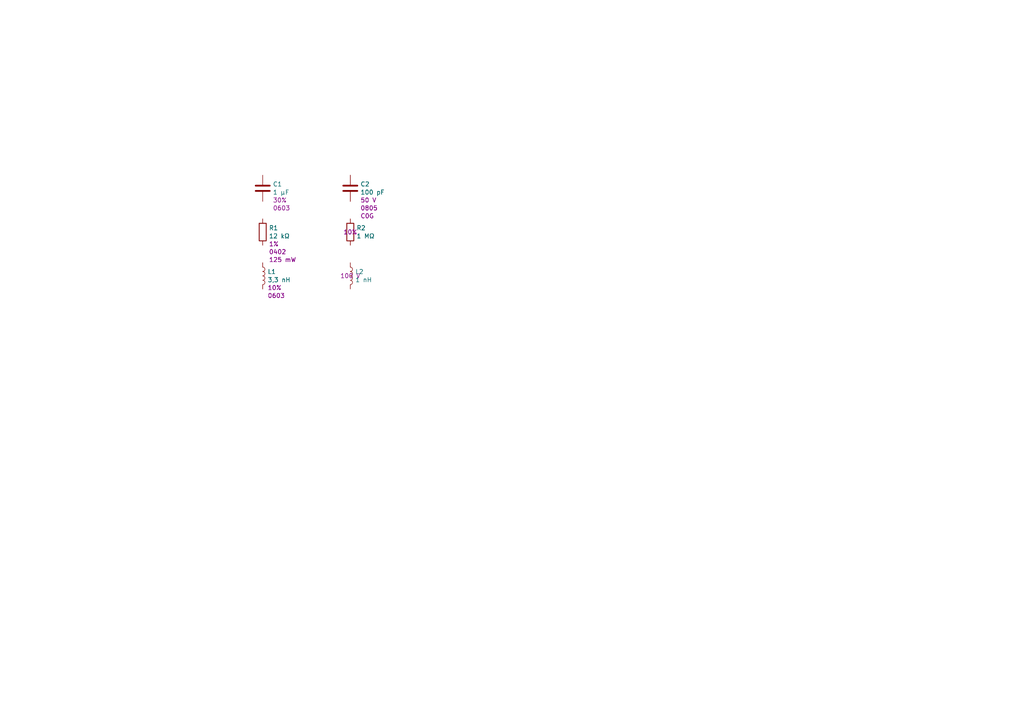
<source format=kicad_sch>
(kicad_sch (version 20211123) (generator eeschema)
  (paper "A4")
  (title_block (title "Value field split test") (date "2023-05-03") (company "Instituto Nacional de Tecnología Industrial - CMNT") (comment 1 "KiBot"))
  (lib_symbols
    (symbol "Device:C" (pin_numbers hide) (pin_names (offset 0.254))
      (property "Reference" "C" (at 0.635 2.54 0))
      (property "Value" "C" (at 0.635 -2.54 0))
      (symbol "C_0_1"
        (polyline (pts (xy -2.032 -0.762) (xy 2.032 -0.762)) (stroke (width 0.508)))
        (polyline (pts (xy -2.032 0.762) (xy 2.032 0.762)) (stroke (width 0.508)))
      )
      (symbol "C_1_1"
        (pin passive line (at 0 3.81 270) (length 2.794) (name "~") (number "1"))
        (pin passive line (at 0 -3.81 90) (length 2.794) (name "~") (number "2"))
      )
    )
    (symbol "Device:L" (pin_numbers hide) (pin_names (offset 1.016) hide)
      (property "Reference" "L" (at -1.27 0 90))
      (property "Value" "L" (at 1.905 0 90))
      (symbol "L_0_1"
        (arc (start 0 -2.54) (mid 0.635 -1.905) (end 0 -1.27))
        (arc (start 0 -1.27) (mid 0.635 -0.635) (end 0 0))
        (arc (start 0 0) (mid 0.635 0.635) (end 0 1.27))
        (arc (start 0 1.27) (mid 0.635 1.905) (end 0 2.54))
      )
      (symbol "L_1_1"
        (pin passive line (at 0 3.81 270) (length 1.27) (name "1") (number "1"))
        (pin passive line (at 0 -3.81 90) (length 1.27) (name "2") (number "2"))
      )
    )
    (symbol "Device:R" (pin_numbers hide) (pin_names (offset 0))
      (property "Reference" "R" (at 2.032 0 90))
      (property "Value" "R" (at 0 0 90))
      (symbol "R_0_1"
        (rectangle (start -1.016 -2.54) (end 1.016 2.54) (stroke (width 0.254)))
      )
      (symbol "R_1_1"
        (pin passive line (at 0 3.81 270) (length 1.27) (name "~") (number "1"))
        (pin passive line (at 0 -3.81 90) (length 1.27) (name "~") (number "2"))
      )
    )
  )
  (symbol (lib_id "Device:C") (at 76.2 54.61 0) (unit 1)
    (property "Reference" "C1" (at 79.121 53.4162 0) (effects (justify left)))
    (property "Value" "1 µF" (at 79.121 55.7784 0) (effects (justify left)))
    (property "tolerance" "30%" (at 79.121 58.0644 0) (effects (justify left)))
    (property "package" "0603" (at 79.121 60.3504 0) (effects (justify left)))
  )
  (symbol (lib_id "Device:C") (at 101.6 54.61 0) (unit 1)
    (property "Reference" "C2" (at 104.521 53.4162 0) (effects (justify left)))
    (property "Value" "100 pF" (at 104.521 55.7784 0) (effects (justify left)))
    (property "voltage" "50 V" (at 104.521 58.0644 0) (effects (justify left)))
    (property "package" "0805" (at 104.521 60.3504 0) (effects (justify left)))
    (property "temp_coef" "C0G" (at 104.521 62.6364 0) (effects (justify left)))
  )
  (symbol (lib_id "Device:R") (at 76.2 67.31 0) (unit 1)
    (property "Reference" "R1" (at 77.978 66.1162 0) (effects (justify left)))
    (property "Value" "12 kΩ" (at 77.978 68.4784 0) (effects (justify left)))
    (property "tolerance" "1%" (at 77.978 70.7644 0) (effects (justify left)))
    (property "package" "0402" (at 77.978 73.0504 0) (effects (justify left)))
    (property "power" "125 mW" (at 77.978 75.3364 0) (effects (justify left)))
  )
  (symbol (lib_id "Device:R") (at 101.6 67.31 0) (unit 1)
    (property "Reference" "R2" (at 103.378 66.1162 0) (effects (justify left)))
    (property "Value" "1 MΩ" (at 103.378 68.4784 0) (effects (justify left)))
    (property "tolerance" "10%" (at 101.6 67.31 0))
  )
  (symbol (lib_id "Device:L") (at 76.2 80.01 0) (unit 1)
    (property "Reference" "L1" (at 77.597 78.8162 0) (effects (justify left)))
    (property "Value" "3,3 nH" (at 77.597 81.1784 0) (effects (justify left)))
    (property "tolerance" "10%" (at 77.597 83.4644 0) (effects (justify left)))
    (property "package" "0603" (at 77.597 85.7504 0) (effects (justify left)))
  )
  (symbol (lib_id "Device:L") (at 101.6 80.01 0) (unit 1)
    (property "Reference" "L2" (at 103.0224 78.8162 0) (effects (justify left)))
    (property "Value" "1 nH" (at 103.0224 81.1784 0) (effects (justify left)))
    (property "Voltage" "100 V" (at 101.6 80.01 0))
  )
)
</source>
